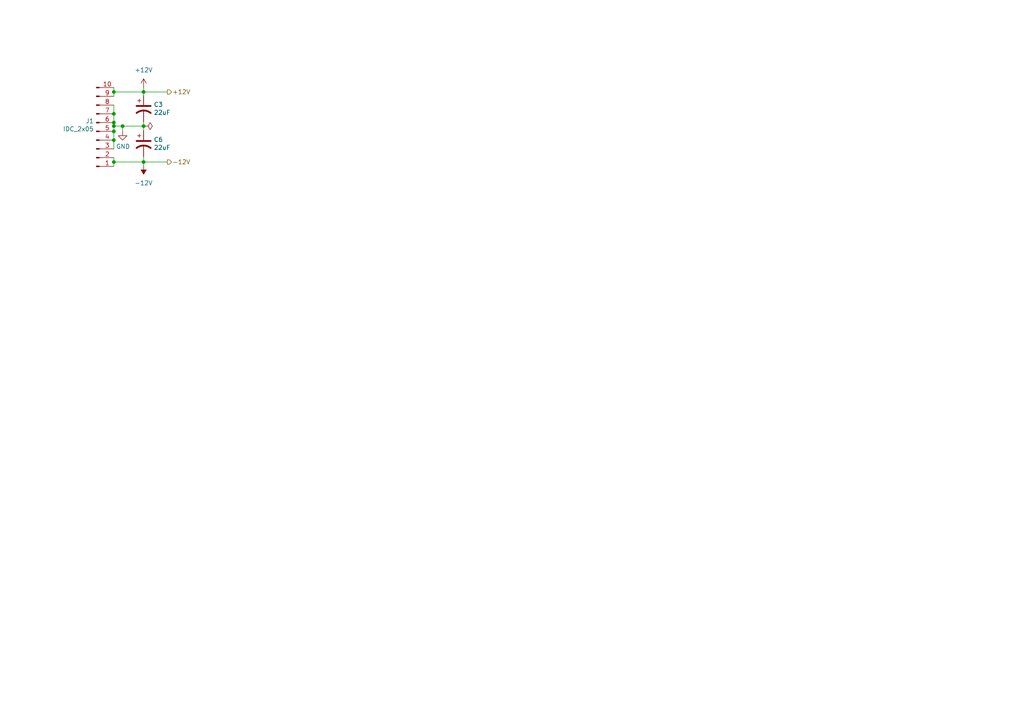
<source format=kicad_sch>
(kicad_sch (version 20211123) (generator eeschema)
  (paper "A4")
  (lib_symbols
    (symbol "Connector:Conn_01x10_Male" (pin_names (offset 1.016) hide)
      (property "Reference" "J" (at 0 12.7 0))
      (property "Value" "Conn_01x10_Male" (at 0 -15.24 0))
      (symbol "Conn_01x10_Male_1_1"
        (polyline (pts (xy 1.27 -12.7) (xy 0.8636 -12.7)) (stroke (width 0.1524)))
        (polyline (pts (xy 1.27 -10.16) (xy 0.8636 -10.16)) (stroke (width 0.1524)))
        (polyline (pts (xy 1.27 -7.62) (xy 0.8636 -7.62)) (stroke (width 0.1524)))
        (polyline (pts (xy 1.27 -5.08) (xy 0.8636 -5.08)) (stroke (width 0.1524)))
        (polyline (pts (xy 1.27 -2.54) (xy 0.8636 -2.54)) (stroke (width 0.1524)))
        (polyline (pts (xy 1.27 0) (xy 0.8636 0)) (stroke (width 0.1524)))
        (polyline (pts (xy 1.27 2.54) (xy 0.8636 2.54)) (stroke (width 0.1524)))
        (polyline (pts (xy 1.27 5.08) (xy 0.8636 5.08)) (stroke (width 0.1524)))
        (polyline (pts (xy 1.27 7.62) (xy 0.8636 7.62)) (stroke (width 0.1524)))
        (polyline (pts (xy 1.27 10.16) (xy 0.8636 10.16)) (stroke (width 0.1524)))
        (rectangle (start 0.8636 -12.573) (end 0 -12.827) (stroke (width 0.1524)) (fill (type outline)))
        (rectangle (start 0.8636 -10.033) (end 0 -10.287) (stroke (width 0.1524)) (fill (type outline)))
        (rectangle (start 0.8636 -7.493) (end 0 -7.747) (stroke (width 0.1524)) (fill (type outline)))
        (rectangle (start 0.8636 -4.953) (end 0 -5.207) (stroke (width 0.1524)) (fill (type outline)))
        (rectangle (start 0.8636 -2.413) (end 0 -2.667) (stroke (width 0.1524)) (fill (type outline)))
        (rectangle (start 0.8636 0.127) (end 0 -0.127) (stroke (width 0.1524)) (fill (type outline)))
        (rectangle (start 0.8636 2.667) (end 0 2.413) (stroke (width 0.1524)) (fill (type outline)))
        (rectangle (start 0.8636 5.207) (end 0 4.953) (stroke (width 0.1524)) (fill (type outline)))
        (rectangle (start 0.8636 7.747) (end 0 7.493) (stroke (width 0.1524)) (fill (type outline)))
        (rectangle (start 0.8636 10.287) (end 0 10.033) (stroke (width 0.1524)) (fill (type outline)))
        (pin passive line (at 5.08 10.16 180) (length 3.81) (name "Pin_1") (number "1"))
        (pin passive line (at 5.08 -12.7 180) (length 3.81) (name "Pin_10") (number "10"))
        (pin passive line (at 5.08 7.62 180) (length 3.81) (name "Pin_2") (number "2"))
        (pin passive line (at 5.08 5.08 180) (length 3.81) (name "Pin_3") (number "3"))
        (pin passive line (at 5.08 2.54 180) (length 3.81) (name "Pin_4") (number "4"))
        (pin passive line (at 5.08 0 180) (length 3.81) (name "Pin_5") (number "5"))
        (pin passive line (at 5.08 -2.54 180) (length 3.81) (name "Pin_6") (number "6"))
        (pin passive line (at 5.08 -5.08 180) (length 3.81) (name "Pin_7") (number "7"))
        (pin passive line (at 5.08 -7.62 180) (length 3.81) (name "Pin_8") (number "8"))
        (pin passive line (at 5.08 -10.16 180) (length 3.81) (name "Pin_9") (number "9"))
      )
    )
    (symbol "MiniDelay-rescue:CP1-Device" (pin_numbers hide) (pin_names (offset 0.254) hide)
      (property "Reference" "C" (at 0.635 2.54 0))
      (property "Value" "CP1-Device" (at 0.635 -2.54 0))
      (symbol "CP1-Device_0_1"
        (polyline (pts (xy -2.032 0.762) (xy 2.032 0.762)) (stroke (width 0.508)))
        (polyline (pts (xy -1.778 2.286) (xy -0.762 2.286)))
        (polyline (pts (xy -1.27 1.778) (xy -1.27 2.794)))
        (arc (start 2.032 -1.27) (mid 0 -0.5572) (end -2.032 -1.27) (stroke (width 0.508)))
      )
      (symbol "CP1-Device_1_1"
        (pin passive line (at 0 3.81 270) (length 2.794) (name "~") (number "1"))
        (pin passive line (at 0 -3.81 90) (length 3.302) (name "~") (number "2"))
      )
    )
    (symbol "power:+12V" (power) (pin_names (offset 0))
      (property "Value" "+12V" (at 0 3.556 0))
      (symbol "+12V_0_1"
        (polyline (pts (xy -0.762 1.27) (xy 0 2.54)))
        (polyline (pts (xy 0 0) (xy 0 2.54)))
        (polyline (pts (xy 0 2.54) (xy 0.762 1.27)))
      )
      (symbol "+12V_1_1"
        (pin power_in line (at 0 0 90) (length 0) hide (name "+12V") (number "1"))
      )
    )
    (symbol "power:-12V" (power) (pin_names (offset 0))
      (property "Value" "-12V" (at 0 3.81 0))
      (symbol "-12V_0_0"
        (pin power_in line (at 0 0 90) (length 0) hide (name "-12V") (number "1"))
      )
      (symbol "-12V_0_1"
        (polyline (pts (xy 0 0) (xy 0 1.27) (xy 0.762 1.27) (xy 0 2.54) (xy -0.762 1.27) (xy 0 1.27)) (fill (type outline)))
      )
    )
    (symbol "power:GND" (power) (pin_names (offset 0))
      (property "Value" "GND" (at 0 -3.81 0))
      (symbol "GND_0_1"
        (polyline (pts (xy 0 0) (xy 0 -1.27) (xy 1.27 -1.27) (xy 0 -2.54) (xy -1.27 -1.27) (xy 0 -1.27)))
      )
      (symbol "GND_1_1"
        (pin power_in line (at 0 0 270) (length 0) hide (name "GND") (number "1"))
      )
    )
    (symbol "power:PWR_FLAG" (power) (pin_numbers hide) (pin_names (offset 0) hide)
      (property "Value" "PWR_FLAG" (at 0 3.81 0))
      (symbol "PWR_FLAG_0_0"
        (pin power_out line (at 0 0 90) (length 0) (name "pwr") (number "1"))
      )
      (symbol "PWR_FLAG_0_1"
        (polyline (pts (xy 0 0) (xy 0 1.27) (xy -1.016 1.905) (xy 0 2.54) (xy 1.016 1.905) (xy 0 1.27)))
      )
    )
  )
  (junction (at 41.656 26.67))
  (junction (at 33.02 35.56))
  (junction (at 35.56 36.576))
  (junction (at 33.02 38.1))
  (junction (at 41.656 46.99))
  (junction (at 41.656 36.576))
  (junction (at 33.02 33.02))
  (junction (at 33.02 40.64))
  (junction (at 33.02 26.67))
  (junction (at 33.02 46.99))
  (junction (at 33.02 36.576))
  (wire (pts (xy 33.02 26.67) (xy 41.656 26.67)))
  (wire (pts (xy 41.656 26.67) (xy 48.514 26.67)))
  (wire (pts (xy 41.656 36.576) (xy 41.656 37.846)))
  (wire (pts (xy 35.56 36.576) (xy 35.56 38.1)))
  (wire (pts (xy 33.02 36.576) (xy 35.56 36.576)))
  (wire (pts (xy 35.56 36.576) (xy 41.656 36.576)))
  (wire (pts (xy 41.656 46.99) (xy 48.514 46.99)))
  (wire (pts (xy 41.656 26.67) (xy 41.656 27.686)))
  (wire (pts (xy 33.02 26.67) (xy 33.02 27.94)))
  (wire (pts (xy 33.02 36.576) (xy 33.02 38.1)))
  (wire (pts (xy 33.02 45.72) (xy 33.02 46.99)))
  (wire (pts (xy 33.02 38.1) (xy 33.02 40.64)))
  (wire (pts (xy 41.656 25.4) (xy 41.656 26.67)))
  (wire (pts (xy 33.02 40.64) (xy 33.02 43.18)))
  (wire (pts (xy 33.02 25.4) (xy 33.02 26.67)))
  (wire (pts (xy 41.656 35.306) (xy 41.656 36.576)))
  (wire (pts (xy 41.656 45.466) (xy 41.656 46.99)))
  (wire (pts (xy 33.02 46.99) (xy 33.02 48.26)))
  (wire (pts (xy 33.02 36.576) (xy 33.02 35.56)))
  (wire (pts (xy 33.02 30.48) (xy 33.02 33.02)))
  (wire (pts (xy 41.656 46.99) (xy 41.656 48.006)))
  (wire (pts (xy 33.02 46.99) (xy 41.656 46.99)))
  (wire (pts (xy 33.02 33.02) (xy 33.02 35.56)))
  (hierarchical_label "+12V" (shape output) (at 48.514 26.67 0))
  (hierarchical_label "-12V" (shape output) (at 48.514 46.99 0))
  (symbol (lib_id "power:GND") (at 35.56 38.1 0) (unit 1)
    (property "Reference" "#PWR06" (effects hide))
    (property "Value" "GND" (at 35.687 42.4942 0))
  )
  (symbol (lib_id "MiniDelay-rescue:CP1-Device") (at 41.656 41.656 0) (unit 1)
    (property "Reference" "C6" (at 44.577 40.4876 0) (effects (justify left)))
    (property "Value" "22uF" (at 44.577 42.799 0) (effects (justify left)))
    (property "Footprint" "Capacitor_SMD:C_0805_2012Metric_Pad1.18x1.45mm_HandSolder" (effects hide))
    (property "LCSC Part #" "C49678" (effects hide))
    (property "Mfg #" "CC0805KRX7R9BB104" (effects hide))
    (property "Manufacturers Part Number" "CC0805KRX7R9BB104" (effects hide))
    (property "Manufacturers Name" "YAGEO" (effects hide))
    (property "Type" "Surface mount" (effects hide))
    (property "Package" "0805" (effects hide))
    (property "Part Description" "Multilayer Ceramic Capacitors MLCC - SMD/SMT 50 V 0.1uF X7R 0805 10% " (effects hide))
  )
  (symbol (lib_id "Connector:Conn_01x10_Male") (at 27.94 38.1 0) (mirror x) (unit 1)
    (property "Reference" "J1" (at 27.2288 35.1028 0) (effects (justify right)))
    (property "Value" "IDC_2x05" (at 27.2288 37.4142 0) (effects (justify right)))
    (property "Footprint" "Connector_IDC:IDC-Header_2x05_P2.54mm_Vertical" (effects hide))
    (property "Type" "Thru-hole" (effects hide))
    (property "LCSC Part #" "C706914" (effects hide))
    (property "Manufacturers Name" "XKB Connectivity " (effects hide))
    (property "Manufacturers Part Number" "X9555WV-2X05-6TV01" (effects hide))
    (property "Mfg #" "X9555WV-2X05-6TV01" (effects hide))
    (property "Package" "Straight,P=2.54mm" (effects hide))
    (property "Part Description" "IDC Connector 2x05 2.54mm Pitch Straight" (effects hide))
  )
  (symbol (lib_id "power:+12V") (at 41.656 25.4 0) (unit 1)
    (property "Reference" "#PWR08" (effects hide))
    (property "Value" "+12V" (at 41.656 20.32 0))
  )
  (symbol (lib_id "power:PWR_FLAG") (at 41.656 36.576 270) (unit 1)
    (property "Reference" "#FLG01" (effects hide))
    (property "Value" "PWR_FLAG" (effects hide))
  )
  (symbol (lib_id "power:-12V") (at 41.656 48.006 180) (unit 1)
    (property "Reference" "#PWR09" (effects hide))
    (property "Value" "-12V" (at 41.656 53.086 0))
  )
  (symbol (lib_id "MiniDelay-rescue:CP1-Device") (at 41.656 31.496 0) (unit 1)
    (property "Reference" "C3" (at 44.577 30.3276 0) (effects (justify left)))
    (property "Value" "22uF" (at 44.577 32.639 0) (effects (justify left)))
    (property "Footprint" "Capacitor_SMD:C_0805_2012Metric_Pad1.18x1.45mm_HandSolder" (effects hide))
    (property "LCSC Part #" "C49678" (effects hide))
    (property "Mfg #" "CC0805KRX7R9BB104" (effects hide))
    (property "Manufacturers Part Number" "CC0805KRX7R9BB104" (effects hide))
    (property "Manufacturers Name" "YAGEO" (effects hide))
    (property "Type" "Surface mount" (effects hide))
    (property "Package" "0805" (effects hide))
    (property "Part Description" "Multilayer Ceramic Capacitors MLCC - SMD/SMT 50 V 0.1uF X7R 0805 10% " (effects hide))
  )
)
</source>
